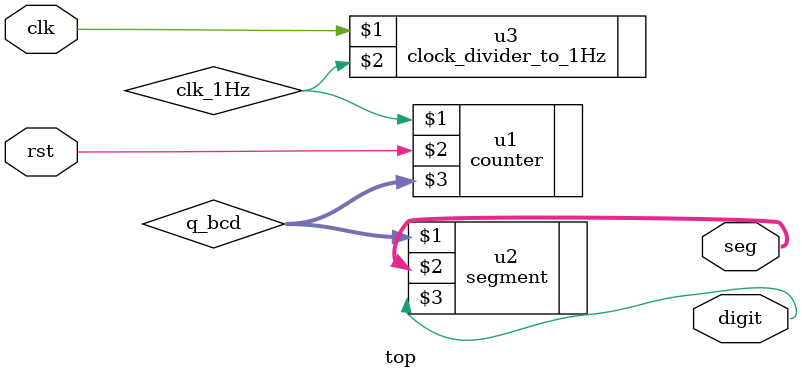
<source format=v>
module top (clk, rst, seg, digit);

input clk, rst;
output [7:0] seg;
output digit;

wire [3:0] q_bcd;
wire clk_1Hz;

counter u1(clk_1Hz, rst, q_bcd);
segment u2(q_bcd, seg, digit);
clock_divider_to_1Hz u3(clk, clk_1Hz);

endmodule
</source>
